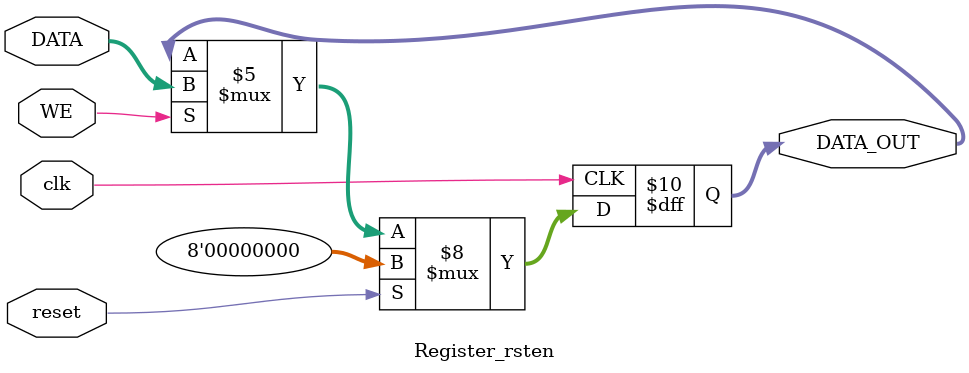
<source format=v>
module Register_rsten #(parameter WIDTH=8) (
	  input  clk, reset, WE,
	  input	[WIDTH-1:0] DATA,
	  output reg [WIDTH-1:0] DATA_OUT
    );

initial begin
	DATA_OUT<=0;
end	
	 
always@(posedge clk) begin
	if (reset == 1'b1)
		DATA_OUT<={WIDTH{1'b0}};
	else if(WE==1'b1)	
		DATA_OUT<=DATA;
end
	 
endmodule	 
</source>
